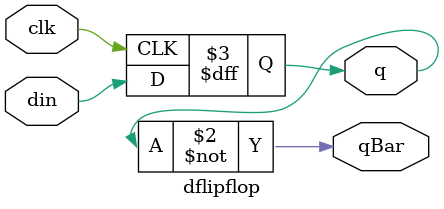
<source format=v>
`timescale 1ps / 1ps

module dflipflop (
    input din, 
    input clk, 
    output reg q, 
    output qBar
);

    // Sequential logic to update q on the rising edge of clk
    always @(posedge clk) begin
        q <= din; 
    end
    
    // Continuous assignment for qBar
    assign qBar = ~q;

endmodule

</source>
